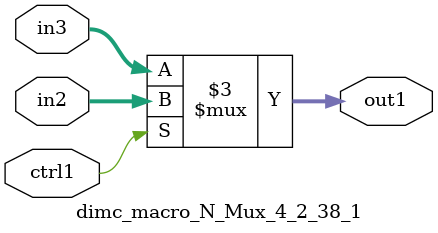
<source format=v>

`timescale 1ps / 1ps


module dimc_macro_N_Mux_4_2_38_1( in3, in2, ctrl1, out1 );

    input [3:0] in3;
    input [3:0] in2;
    input ctrl1;
    output [3:0] out1;
    reg [3:0] out1;

    
    // rtl_process:dimc_macro_N_Mux_4_2_38_1/dimc_macro_N_Mux_4_2_38_1_thread_1
    always @*
      begin : dimc_macro_N_Mux_4_2_38_1_thread_1
        case (ctrl1) 
          1'b1: 
            begin
              out1 = in2;
            end
          default: 
            begin
              out1 = in3;
            end
        endcase
      end

endmodule


</source>
